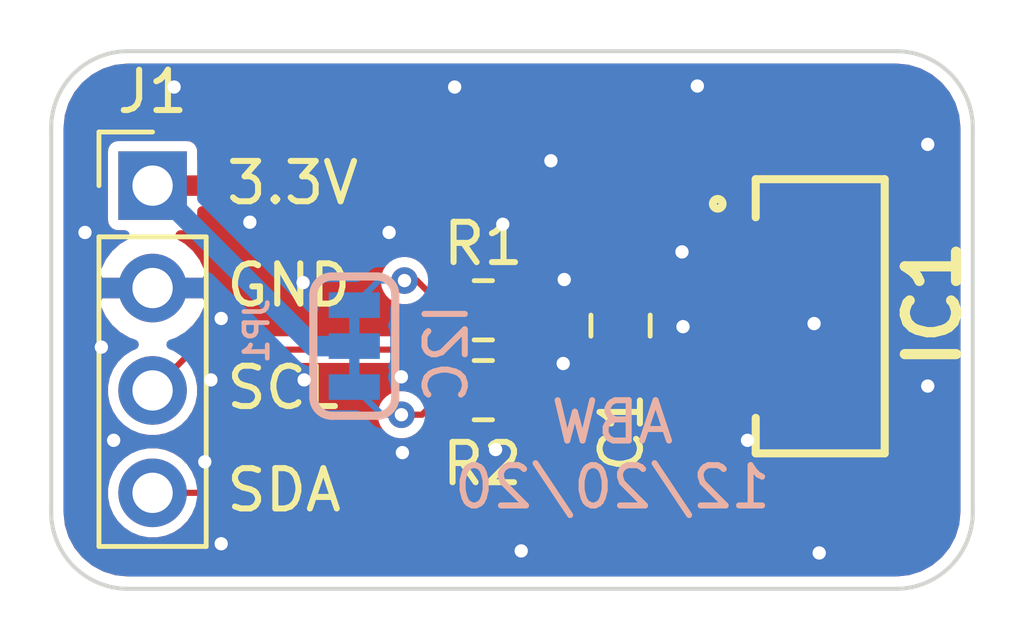
<source format=kicad_pcb>
(kicad_pcb (version 20171130) (host pcbnew "(5.1.8)-1")

  (general
    (thickness 1.6)
    (drawings 14)
    (tracks 66)
    (zones 0)
    (modules 6)
    (nets 7)
  )

  (page A4)
  (layers
    (0 F.Cu signal)
    (31 B.Cu signal)
    (32 B.Adhes user)
    (33 F.Adhes user)
    (34 B.Paste user)
    (35 F.Paste user)
    (36 B.SilkS user)
    (37 F.SilkS user)
    (38 B.Mask user)
    (39 F.Mask user)
    (40 Dwgs.User user)
    (41 Cmts.User user)
    (42 Eco1.User user)
    (43 Eco2.User user)
    (44 Edge.Cuts user)
    (45 Margin user)
    (46 B.CrtYd user)
    (47 F.CrtYd user)
    (48 B.Fab user hide)
    (49 F.Fab user hide)
  )

  (setup
    (last_trace_width 0.508)
    (user_trace_width 0.1524)
    (user_trace_width 0.1778)
    (user_trace_width 0.254)
    (user_trace_width 0.3048)
    (user_trace_width 0.381)
    (user_trace_width 0.508)
    (user_trace_width 0.635)
    (user_trace_width 0.889)
    (user_trace_width 1.016)
    (user_trace_width 1.27)
    (user_trace_width 1.905)
    (user_trace_width 2.54)
    (trace_clearance 0.2)
    (zone_clearance 0.508)
    (zone_45_only no)
    (trace_min 0.1)
    (via_size 0.8)
    (via_drill 0.4)
    (via_min_size 0.4)
    (via_min_drill 0.3)
    (user_via 0.6096 0.3048)
    (user_via 0.6604 0.3302)
    (user_via 0.889 0.381)
    (user_via 1.397 0.635)
    (uvia_size 0.3)
    (uvia_drill 0.1)
    (uvias_allowed no)
    (uvia_min_size 0.2)
    (uvia_min_drill 0.1)
    (edge_width 0.05)
    (segment_width 0.2)
    (pcb_text_width 0.3)
    (pcb_text_size 1.5 1.5)
    (mod_edge_width 0.12)
    (mod_text_size 1 1)
    (mod_text_width 0.15)
    (pad_size 1.524 1.524)
    (pad_drill 0.762)
    (pad_to_mask_clearance 0.051)
    (solder_mask_min_width 0.25)
    (aux_axis_origin 0 0)
    (visible_elements FFFFFF7F)
    (pcbplotparams
      (layerselection 0x010fc_ffffffff)
      (usegerberextensions false)
      (usegerberattributes true)
      (usegerberadvancedattributes true)
      (creategerberjobfile true)
      (excludeedgelayer true)
      (linewidth 0.100000)
      (plotframeref false)
      (viasonmask false)
      (mode 1)
      (useauxorigin false)
      (hpglpennumber 1)
      (hpglpenspeed 20)
      (hpglpendiameter 15.000000)
      (psnegative false)
      (psa4output false)
      (plotreference true)
      (plotvalue true)
      (plotinvisibletext false)
      (padsonsilk false)
      (subtractmaskfromsilk false)
      (outputformat 1)
      (mirror false)
      (drillshape 1)
      (scaleselection 1)
      (outputdirectory ""))
  )

  (net 0 "")
  (net 1 GND)
  (net 2 +3V3)
  (net 3 /SDA)
  (net 4 /SCL)
  (net 5 "Net-(JP1-Pad3)")
  (net 6 "Net-(JP1-Pad1)")

  (net_class Default "This is the default net class."
    (clearance 0.2)
    (trace_width 0.25)
    (via_dia 0.8)
    (via_drill 0.4)
    (uvia_dia 0.3)
    (uvia_drill 0.1)
    (add_net +3V3)
    (add_net /SCL)
    (add_net /SDA)
    (add_net GND)
    (add_net "Net-(JP1-Pad1)")
    (add_net "Net-(JP1-Pad3)")
  )

  (module Resistor_SMD:R_0805_2012Metric (layer F.Cu) (tedit 5F68FEEE) (tstamp 5FDF62E7)
    (at 102.7938 63.6524)
    (descr "Resistor SMD 0805 (2012 Metric), square (rectangular) end terminal, IPC_7351 nominal, (Body size source: IPC-SM-782 page 72, https://www.pcb-3d.com/wordpress/wp-content/uploads/ipc-sm-782a_amendment_1_and_2.pdf), generated with kicad-footprint-generator")
    (tags resistor)
    (path /5FDFAC17)
    (attr smd)
    (fp_text reference R2 (at -0.0254 1.8288) (layer F.SilkS)
      (effects (font (size 1 1) (thickness 0.15)))
    )
    (fp_text value 2.2k (at 0 1.65) (layer F.Fab)
      (effects (font (size 1 1) (thickness 0.15)))
    )
    (fp_text user %R (at 0 0) (layer F.Fab)
      (effects (font (size 0.5 0.5) (thickness 0.08)))
    )
    (fp_line (start -1 0.625) (end -1 -0.625) (layer F.Fab) (width 0.1))
    (fp_line (start -1 -0.625) (end 1 -0.625) (layer F.Fab) (width 0.1))
    (fp_line (start 1 -0.625) (end 1 0.625) (layer F.Fab) (width 0.1))
    (fp_line (start 1 0.625) (end -1 0.625) (layer F.Fab) (width 0.1))
    (fp_line (start -0.227064 -0.735) (end 0.227064 -0.735) (layer F.SilkS) (width 0.12))
    (fp_line (start -0.227064 0.735) (end 0.227064 0.735) (layer F.SilkS) (width 0.12))
    (fp_line (start -1.68 0.95) (end -1.68 -0.95) (layer F.CrtYd) (width 0.05))
    (fp_line (start -1.68 -0.95) (end 1.68 -0.95) (layer F.CrtYd) (width 0.05))
    (fp_line (start 1.68 -0.95) (end 1.68 0.95) (layer F.CrtYd) (width 0.05))
    (fp_line (start 1.68 0.95) (end -1.68 0.95) (layer F.CrtYd) (width 0.05))
    (pad 2 smd roundrect (at 0.9125 0) (size 1.025 1.4) (layers F.Cu F.Paste F.Mask) (roundrect_rratio 0.243902)
      (net 3 /SDA))
    (pad 1 smd roundrect (at -0.9125 0) (size 1.025 1.4) (layers F.Cu F.Paste F.Mask) (roundrect_rratio 0.243902)
      (net 6 "Net-(JP1-Pad1)"))
    (model ${KISYS3DMOD}/Resistor_SMD.3dshapes/R_0805_2012Metric.wrl
      (at (xyz 0 0 0))
      (scale (xyz 1 1 1))
      (rotate (xyz 0 0 0))
    )
  )

  (module Resistor_SMD:R_0805_2012Metric (layer F.Cu) (tedit 5F68FEEE) (tstamp 5FDF62D6)
    (at 102.7938 61.6712)
    (descr "Resistor SMD 0805 (2012 Metric), square (rectangular) end terminal, IPC_7351 nominal, (Body size source: IPC-SM-782 page 72, https://www.pcb-3d.com/wordpress/wp-content/uploads/ipc-sm-782a_amendment_1_and_2.pdf), generated with kicad-footprint-generator")
    (tags resistor)
    (path /5FDF6AEF)
    (attr smd)
    (fp_text reference R1 (at 0 -1.65) (layer F.SilkS)
      (effects (font (size 1 1) (thickness 0.15)))
    )
    (fp_text value 2.2k (at 0 1.65) (layer F.Fab)
      (effects (font (size 1 1) (thickness 0.15)))
    )
    (fp_text user %R (at 0 0) (layer F.Fab)
      (effects (font (size 0.5 0.5) (thickness 0.08)))
    )
    (fp_line (start -1 0.625) (end -1 -0.625) (layer F.Fab) (width 0.1))
    (fp_line (start -1 -0.625) (end 1 -0.625) (layer F.Fab) (width 0.1))
    (fp_line (start 1 -0.625) (end 1 0.625) (layer F.Fab) (width 0.1))
    (fp_line (start 1 0.625) (end -1 0.625) (layer F.Fab) (width 0.1))
    (fp_line (start -0.227064 -0.735) (end 0.227064 -0.735) (layer F.SilkS) (width 0.12))
    (fp_line (start -0.227064 0.735) (end 0.227064 0.735) (layer F.SilkS) (width 0.12))
    (fp_line (start -1.68 0.95) (end -1.68 -0.95) (layer F.CrtYd) (width 0.05))
    (fp_line (start -1.68 -0.95) (end 1.68 -0.95) (layer F.CrtYd) (width 0.05))
    (fp_line (start 1.68 -0.95) (end 1.68 0.95) (layer F.CrtYd) (width 0.05))
    (fp_line (start 1.68 0.95) (end -1.68 0.95) (layer F.CrtYd) (width 0.05))
    (pad 2 smd roundrect (at 0.9125 0) (size 1.025 1.4) (layers F.Cu F.Paste F.Mask) (roundrect_rratio 0.243902)
      (net 4 /SCL))
    (pad 1 smd roundrect (at -0.9125 0) (size 1.025 1.4) (layers F.Cu F.Paste F.Mask) (roundrect_rratio 0.243902)
      (net 5 "Net-(JP1-Pad3)"))
    (model ${KISYS3DMOD}/Resistor_SMD.3dshapes/R_0805_2012Metric.wrl
      (at (xyz 0 0 0))
      (scale (xyz 1 1 1))
      (rotate (xyz 0 0 0))
    )
  )

  (module Jumper:SMT-JUMPER_3_2-NC_TRACE_SILK (layer B.Cu) (tedit 0) (tstamp 5FDF62C5)
    (at 99.5934 62.5602 90)
    (path /5FDF6F4E)
    (fp_text reference JP1 (at 0.3754 -2.082 270) (layer B.SilkS)
      (effects (font (size 0.57912 0.57912) (thickness 0.115824)) (justify bottom mirror))
    )
    (fp_text value I2C (at 0 -1.143 270) (layer B.Fab)
      (effects (font (size 0.57912 0.57912) (thickness 0.115824)) (justify top mirror))
    )
    (fp_arc (start 1.27 -0.5588) (end 1.27 -1.016) (angle 90) (layer B.SilkS) (width 0.2032))
    (fp_arc (start -1.27 -0.5588) (end -1.7272 -0.5588) (angle 90) (layer B.SilkS) (width 0.2032))
    (fp_arc (start -1.27 0.5588) (end -1.7272 0.5588) (angle -90) (layer B.SilkS) (width 0.2032))
    (fp_arc (start 1.27 0.5588) (end 1.27 1.016) (angle -90) (layer B.SilkS) (width 0.2032))
    (fp_line (start 1.27 -1.016) (end -1.27 -1.016) (layer B.SilkS) (width 0.2032))
    (fp_line (start 1.7272 -0.5588) (end 1.7272 0.5588) (layer B.SilkS) (width 0.2032))
    (fp_line (start -1.7272 -0.5588) (end -1.7272 0.5588) (layer B.SilkS) (width 0.2032))
    (fp_line (start -1.27 1.016) (end 1.27 1.016) (layer B.SilkS) (width 0.2032))
    (fp_poly (pts (xy -0.6985 0.127) (xy 0.6985 0.127) (xy 0.6985 -0.127) (xy -0.6985 -0.127)) (layer B.Mask) (width 0))
    (fp_poly (pts (xy 0.3048 -0.127) (xy 0.7112 -0.127) (xy 0.7112 0.127) (xy 0.3048 0.127)) (layer B.Cu) (width 0))
    (fp_poly (pts (xy -0.7112 -0.127) (xy -0.3048 -0.127) (xy -0.3048 0.127) (xy -0.7112 0.127)) (layer B.Cu) (width 0))
    (pad 3 smd rect (at 1.016 0 90) (size 0.635 1.27) (layers B.Cu B.Mask)
      (net 5 "Net-(JP1-Pad3)") (solder_mask_margin 0.1016))
    (pad 2 smd rect (at 0 0 90) (size 0.635 1.27) (layers B.Cu B.Mask)
      (net 2 +3V3) (solder_mask_margin 0.1016))
    (pad 1 smd rect (at -1.016 0 90) (size 0.635 1.27) (layers B.Cu B.Mask)
      (net 6 "Net-(JP1-Pad1)") (solder_mask_margin 0.1016))
  )

  (module Connector_PinHeader_2.54mm:PinHeader_1x04_P2.54mm_Vertical (layer F.Cu) (tedit 59FED5CC) (tstamp 5FDF62B3)
    (at 94.5896 58.5796)
    (descr "Through hole straight pin header, 1x04, 2.54mm pitch, single row")
    (tags "Through hole pin header THT 1x04 2.54mm single row")
    (path /5FDF767D)
    (fp_text reference J1 (at 0 -2.33) (layer F.SilkS)
      (effects (font (size 1 1) (thickness 0.15)))
    )
    (fp_text value Conn_01x04 (at 0 9.95) (layer F.Fab)
      (effects (font (size 1 1) (thickness 0.15)))
    )
    (fp_text user %R (at 0 3.81 90) (layer F.Fab)
      (effects (font (size 1 1) (thickness 0.15)))
    )
    (fp_line (start -0.635 -1.27) (end 1.27 -1.27) (layer F.Fab) (width 0.1))
    (fp_line (start 1.27 -1.27) (end 1.27 8.89) (layer F.Fab) (width 0.1))
    (fp_line (start 1.27 8.89) (end -1.27 8.89) (layer F.Fab) (width 0.1))
    (fp_line (start -1.27 8.89) (end -1.27 -0.635) (layer F.Fab) (width 0.1))
    (fp_line (start -1.27 -0.635) (end -0.635 -1.27) (layer F.Fab) (width 0.1))
    (fp_line (start -1.33 8.95) (end 1.33 8.95) (layer F.SilkS) (width 0.12))
    (fp_line (start -1.33 1.27) (end -1.33 8.95) (layer F.SilkS) (width 0.12))
    (fp_line (start 1.33 1.27) (end 1.33 8.95) (layer F.SilkS) (width 0.12))
    (fp_line (start -1.33 1.27) (end 1.33 1.27) (layer F.SilkS) (width 0.12))
    (fp_line (start -1.33 0) (end -1.33 -1.33) (layer F.SilkS) (width 0.12))
    (fp_line (start -1.33 -1.33) (end 0 -1.33) (layer F.SilkS) (width 0.12))
    (fp_line (start -1.8 -1.8) (end -1.8 9.4) (layer F.CrtYd) (width 0.05))
    (fp_line (start -1.8 9.4) (end 1.8 9.4) (layer F.CrtYd) (width 0.05))
    (fp_line (start 1.8 9.4) (end 1.8 -1.8) (layer F.CrtYd) (width 0.05))
    (fp_line (start 1.8 -1.8) (end -1.8 -1.8) (layer F.CrtYd) (width 0.05))
    (pad 4 thru_hole oval (at 0 7.62) (size 1.7 1.7) (drill 1) (layers *.Cu *.Mask)
      (net 3 /SDA))
    (pad 3 thru_hole oval (at 0 5.08) (size 1.7 1.7) (drill 1) (layers *.Cu *.Mask)
      (net 4 /SCL))
    (pad 2 thru_hole oval (at 0 2.54) (size 1.7 1.7) (drill 1) (layers *.Cu *.Mask)
      (net 1 GND))
    (pad 1 thru_hole rect (at 0 0) (size 1.7 1.7) (drill 1) (layers *.Cu *.Mask)
      (net 2 +3V3))
    (model ${KISYS3DMOD}/Connector_PinHeader_2.54mm.3dshapes/PinHeader_1x04_P2.54mm_Vertical.wrl
      (offset (xyz 0 0 -1.5))
      (scale (xyz 1 1 1))
      (rotate (xyz 0 180 0))
    )
  )

  (module SamacSys_Parts:VEML7700 (layer F.Cu) (tedit 0) (tstamp 5FDF629B)
    (at 109.5502 58.42 270)
    (descr VEML7700)
    (tags "Integrated Circuit")
    (path /5FDF5D85)
    (attr smd)
    (fp_text reference IC1 (at 3.0988 -4.3942 90) (layer F.SilkS)
      (effects (font (size 1.27 1.27) (thickness 0.254)))
    )
    (fp_text value VEML7700-TT (at 3.08346 -1.75438 90) (layer F.SilkS) hide
      (effects (font (size 1.27 1.27) (thickness 0.254)))
    )
    (fp_text user %R (at 3.08346 -1.75438 90) (layer F.Fab)
      (effects (font (size 1.27 1.27) (thickness 0.254)))
    )
    (fp_line (start 0 -3.2) (end 6.8 -3.2) (layer F.Fab) (width 0.2))
    (fp_line (start 6.8 -3.2) (end 6.8 0) (layer F.Fab) (width 0.2))
    (fp_line (start 6.8 0) (end 0 0) (layer F.Fab) (width 0.2))
    (fp_line (start 0 0) (end 0 -3.2) (layer F.Fab) (width 0.2))
    (fp_line (start 0 -3.2) (end 6.8 -3.2) (layer F.SilkS) (width 0.2))
    (fp_line (start 6.8 -3.2) (end 6.8 0) (layer F.SilkS) (width 0.2))
    (fp_line (start 0 -3.2) (end 0 0) (layer F.SilkS) (width 0.2))
    (fp_line (start 0 0) (end 0.944 0) (layer F.SilkS) (width 0.2))
    (fp_line (start 6.8 0) (end 5.92 0) (layer F.SilkS) (width 0.2))
    (fp_circle (center 0.61 0.942) (end 0.61 1.06168) (layer F.SilkS) (width 0.2))
    (pad 4 smd rect (at 5.305 0.4 270) (size 0.7 1.6) (layers F.Cu F.Paste F.Mask)
      (net 3 /SDA))
    (pad 3 smd rect (at 4.035 0.4 270) (size 0.7 1.6) (layers F.Cu F.Paste F.Mask)
      (net 1 GND))
    (pad 2 smd rect (at 2.765 0.4 270) (size 0.7 1.6) (layers F.Cu F.Paste F.Mask)
      (net 2 +3V3))
    (pad 1 smd rect (at 1.495 0.4 270) (size 0.7 1.6) (layers F.Cu F.Paste F.Mask)
      (net 4 /SCL))
  )

  (module Capacitor_SMD:C_0805_2012Metric (layer F.Cu) (tedit 5F68FEEE) (tstamp 5FDF6288)
    (at 106.1974 62.0522 270)
    (descr "Capacitor SMD 0805 (2012 Metric), square (rectangular) end terminal, IPC_7351 nominal, (Body size source: IPC-SM-782 page 76, https://www.pcb-3d.com/wordpress/wp-content/uploads/ipc-sm-782a_amendment_1_and_2.pdf, https://docs.google.com/spreadsheets/d/1BsfQQcO9C6DZCsRaXUlFlo91Tg2WpOkGARC1WS5S8t0/edit?usp=sharing), generated with kicad-footprint-generator")
    (tags capacitor)
    (path /5FDF6471)
    (attr smd)
    (fp_text reference C1 (at 2.6416 -0.0254 90) (layer F.SilkS)
      (effects (font (size 1 1) (thickness 0.15)))
    )
    (fp_text value 0.1uF (at 0 1.68 90) (layer F.Fab)
      (effects (font (size 1 1) (thickness 0.15)))
    )
    (fp_text user %R (at 0 0 90) (layer F.Fab)
      (effects (font (size 0.5 0.5) (thickness 0.08)))
    )
    (fp_line (start -1 0.625) (end -1 -0.625) (layer F.Fab) (width 0.1))
    (fp_line (start -1 -0.625) (end 1 -0.625) (layer F.Fab) (width 0.1))
    (fp_line (start 1 -0.625) (end 1 0.625) (layer F.Fab) (width 0.1))
    (fp_line (start 1 0.625) (end -1 0.625) (layer F.Fab) (width 0.1))
    (fp_line (start -0.261252 -0.735) (end 0.261252 -0.735) (layer F.SilkS) (width 0.12))
    (fp_line (start -0.261252 0.735) (end 0.261252 0.735) (layer F.SilkS) (width 0.12))
    (fp_line (start -1.7 0.98) (end -1.7 -0.98) (layer F.CrtYd) (width 0.05))
    (fp_line (start -1.7 -0.98) (end 1.7 -0.98) (layer F.CrtYd) (width 0.05))
    (fp_line (start 1.7 -0.98) (end 1.7 0.98) (layer F.CrtYd) (width 0.05))
    (fp_line (start 1.7 0.98) (end -1.7 0.98) (layer F.CrtYd) (width 0.05))
    (pad 2 smd roundrect (at 0.95 0 270) (size 1 1.45) (layers F.Cu F.Paste F.Mask) (roundrect_rratio 0.25)
      (net 1 GND))
    (pad 1 smd roundrect (at -0.95 0 270) (size 1 1.45) (layers F.Cu F.Paste F.Mask) (roundrect_rratio 0.25)
      (net 2 +3V3))
    (model ${KISYS3DMOD}/Capacitor_SMD.3dshapes/C_0805_2012Metric.wrl
      (at (xyz 0 0 0))
      (scale (xyz 1 1 1))
      (rotate (xyz 0 0 0))
    )
  )

  (gr_text "ABW\n12/20/20" (at 105.9942 65.2526) (layer B.SilkS)
    (effects (font (size 1 1) (thickness 0.15)) (justify mirror))
  )
  (gr_arc (start 93.98 66.675) (end 92.075 66.675) (angle -90) (layer Edge.Cuts) (width 0.1) (tstamp 5FDF6823))
  (gr_arc (start 113.03 66.675) (end 113.03 68.58) (angle -90) (layer Edge.Cuts) (width 0.1) (tstamp 5FDF6823))
  (gr_arc (start 113.03 57.15) (end 114.935 57.15) (angle -90) (layer Edge.Cuts) (width 0.1) (tstamp 5FDF6823))
  (gr_arc (start 93.98 57.15) (end 93.98 55.245) (angle -90) (layer Edge.Cuts) (width 0.1))
  (gr_line (start 114.935 57.15) (end 114.935 66.675) (layer Edge.Cuts) (width 0.1))
  (gr_line (start 93.98 55.245) (end 113.03 55.245) (layer Edge.Cuts) (width 0.1))
  (gr_line (start 92.075 66.675) (end 92.075 57.15) (layer Edge.Cuts) (width 0.1))
  (gr_line (start 113.03 68.58) (end 93.98 68.58) (layer Edge.Cuts) (width 0.1))
  (gr_text I2C (at 101.8794 62.738 90) (layer B.SilkS)
    (effects (font (size 1 1) (thickness 0.15)) (justify mirror))
  )
  (gr_text SDA (at 97.848753 66.1321) (layer F.SilkS)
    (effects (font (size 1 1) (thickness 0.15)))
  )
  (gr_text SCL (at 97.824943 63.5921) (layer F.SilkS)
    (effects (font (size 1 1) (thickness 0.15)))
  )
  (gr_text GND (at 97.9678 61.0521) (layer F.SilkS)
    (effects (font (size 1 1) (thickness 0.15)))
  )
  (gr_text 3.3V (at 98.063038 58.5121) (layer F.SilkS)
    (effects (font (size 1 1) (thickness 0.15)))
  )

  (via (at 104.775 62.992) (size 0.6604) (drill 0.3302) (layers F.Cu B.Cu) (net 1))
  (via (at 107.7468 62.0776) (size 0.6604) (drill 0.3302) (layers F.Cu B.Cu) (net 1))
  (segment (start 108.1242 62.455) (end 107.7468 62.0776) (width 0.508) (layer F.Cu) (net 1))
  (segment (start 109.1502 62.455) (end 108.1242 62.455) (width 0.508) (layer F.Cu) (net 1))
  (via (at 96.2914 61.8744) (size 0.6604) (drill 0.3302) (layers F.Cu B.Cu) (net 1))
  (via (at 97.0026 59.4868) (size 0.6604) (drill 0.3302) (layers F.Cu B.Cu) (net 1))
  (via (at 98.3234 60.9854) (size 0.6604) (drill 0.3302) (layers F.Cu B.Cu) (net 1))
  (via (at 100.457 59.7408) (size 0.6604) (drill 0.3302) (layers F.Cu B.Cu) (net 1))
  (via (at 104.8004 60.9092) (size 0.6604) (drill 0.3302) (layers F.Cu B.Cu) (net 1))
  (via (at 103.2764 59.5376) (size 0.6604) (drill 0.3302) (layers F.Cu B.Cu) (net 1))
  (via (at 96.0374 63.3984) (size 0.6604) (drill 0.3302) (layers F.Cu B.Cu) (net 1))
  (via (at 98.3488 63.3984) (size 0.6604) (drill 0.3302) (layers F.Cu B.Cu) (net 1))
  (via (at 100.7618 63.3222) (size 0.6604) (drill 0.3302) (layers F.Cu B.Cu) (net 1))
  (via (at 100.7872 65.2018) (size 0.6604) (drill 0.3302) (layers F.Cu B.Cu) (net 1))
  (via (at 95.885 65.4304) (size 0.6604) (drill 0.3302) (layers F.Cu B.Cu) (net 1))
  (via (at 93.6244 64.897) (size 0.6604) (drill 0.3302) (layers F.Cu B.Cu) (net 1))
  (via (at 93.3196 62.5856) (size 0.6604) (drill 0.3302) (layers F.Cu B.Cu) (net 1))
  (via (at 92.9132 59.7408) (size 0.6604) (drill 0.3302) (layers F.Cu B.Cu) (net 1))
  (via (at 95.123 56.134) (size 0.6604) (drill 0.3302) (layers F.Cu B.Cu) (net 1))
  (via (at 102.0826 56.134) (size 0.6604) (drill 0.3302) (layers F.Cu B.Cu) (net 1))
  (via (at 108.1024 56.1086) (size 0.6604) (drill 0.3302) (layers F.Cu B.Cu) (net 1))
  (via (at 113.8174 57.5564) (size 0.6604) (drill 0.3302) (layers F.Cu B.Cu) (net 1))
  (via (at 113.8174 63.5508) (size 0.6604) (drill 0.3302) (layers F.Cu B.Cu) (net 1))
  (via (at 111.125 67.691) (size 0.6604) (drill 0.3302) (layers F.Cu B.Cu) (net 1))
  (via (at 103.7336 67.6402) (size 0.6604) (drill 0.3302) (layers F.Cu B.Cu) (net 1))
  (via (at 96.2914 67.4624) (size 0.6604) (drill 0.3302) (layers F.Cu B.Cu) (net 1))
  (via (at 107.7214 60.2234) (size 0.6604) (drill 0.3302) (layers F.Cu B.Cu) (net 1))
  (via (at 103.0986 65.1256) (size 0.6604) (drill 0.3302) (layers F.Cu B.Cu) (net 1))
  (via (at 109.347 64.897) (size 0.6604) (drill 0.3302) (layers F.Cu B.Cu) (net 1))
  (via (at 110.998 62.0014) (size 0.6604) (drill 0.3302) (layers F.Cu B.Cu) (net 1))
  (via (at 104.4702 57.9628) (size 0.6604) (drill 0.3302) (layers F.Cu B.Cu) (net 1))
  (segment (start 109.0674 61.1022) (end 109.1502 61.185) (width 0.508) (layer F.Cu) (net 2))
  (segment (start 106.1974 61.1022) (end 109.0674 61.1022) (width 0.508) (layer F.Cu) (net 2))
  (segment (start 98.5774 62.5602) (end 99.5934 62.5602) (width 0.508) (layer B.Cu) (net 2))
  (segment (start 94.5968 58.5796) (end 98.5774 62.5602) (width 0.508) (layer B.Cu) (net 2))
  (segment (start 94.5896 58.5796) (end 94.5968 58.5796) (width 0.508) (layer B.Cu) (net 2))
  (segment (start 103.6748 58.5796) (end 106.1974 61.1022) (width 0.508) (layer F.Cu) (net 2))
  (segment (start 94.5896 58.5796) (end 103.6748 58.5796) (width 0.508) (layer F.Cu) (net 2))
  (segment (start 103.337976 63.6524) (end 103.7063 63.6524) (width 0.1524) (layer F.Cu) (net 3))
  (segment (start 100.790776 66.1996) (end 103.337976 63.6524) (width 0.1524) (layer F.Cu) (net 3))
  (segment (start 94.5896 66.1996) (end 100.790776 66.1996) (width 0.1524) (layer F.Cu) (net 3))
  (segment (start 108.6894 64.1858) (end 109.1502 63.725) (width 0.1524) (layer F.Cu) (net 3))
  (segment (start 104.2397 64.1858) (end 108.6894 64.1858) (width 0.1524) (layer F.Cu) (net 3))
  (segment (start 103.7063 63.6524) (end 104.2397 64.1858) (width 0.1524) (layer F.Cu) (net 3))
  (segment (start 102.73009 62.64741) (end 103.7063 61.6712) (width 0.1524) (layer F.Cu) (net 4))
  (segment (start 95.60179 62.64741) (end 102.73009 62.64741) (width 0.1524) (layer F.Cu) (net 4))
  (segment (start 94.5896 63.6596) (end 95.60179 62.64741) (width 0.1524) (layer F.Cu) (net 4))
  (segment (start 110.226401 63.025961) (end 110.226401 60.038801) (width 0.1524) (layer F.Cu) (net 4))
  (segment (start 110.171161 63.081201) (end 110.226401 63.025961) (width 0.1524) (layer F.Cu) (net 4))
  (segment (start 110.1026 59.915) (end 109.1502 59.915) (width 0.1524) (layer F.Cu) (net 4))
  (segment (start 107.745577 63.081201) (end 110.171161 63.081201) (width 0.1524) (layer F.Cu) (net 4))
  (segment (start 106.868976 62.2046) (end 107.745577 63.081201) (width 0.1524) (layer F.Cu) (net 4))
  (segment (start 110.226401 60.038801) (end 110.1026 59.915) (width 0.1524) (layer F.Cu) (net 4))
  (segment (start 105.8164 62.2046) (end 106.868976 62.2046) (width 0.1524) (layer F.Cu) (net 4))
  (segment (start 105.283 61.6712) (end 105.8164 62.2046) (width 0.1524) (layer F.Cu) (net 4))
  (segment (start 103.7063 61.6712) (end 105.283 61.6712) (width 0.1524) (layer F.Cu) (net 4))
  (via (at 100.838 60.9346) (size 0.6604) (drill 0.3302) (layers F.Cu B.Cu) (net 5))
  (segment (start 100.203 60.9346) (end 99.5934 61.5442) (width 0.1524) (layer B.Cu) (net 5))
  (segment (start 100.838 60.9346) (end 100.203 60.9346) (width 0.1524) (layer B.Cu) (net 5))
  (segment (start 101.1447 60.9346) (end 101.8813 61.6712) (width 0.1524) (layer F.Cu) (net 5))
  (segment (start 100.838 60.9346) (end 101.1447 60.9346) (width 0.1524) (layer F.Cu) (net 5))
  (via (at 100.7618 64.262) (size 0.6604) (drill 0.3302) (layers F.Cu B.Cu) (net 6))
  (segment (start 100.2792 64.262) (end 99.5934 63.5762) (width 0.1524) (layer B.Cu) (net 6))
  (segment (start 100.7618 64.262) (end 100.2792 64.262) (width 0.1524) (layer B.Cu) (net 6))
  (segment (start 101.2717 64.262) (end 101.8813 63.6524) (width 0.1524) (layer F.Cu) (net 6))
  (segment (start 100.7618 64.262) (end 101.2717 64.262) (width 0.1524) (layer F.Cu) (net 6))

  (zone (net 1) (net_name GND) (layer F.Cu) (tstamp 0) (hatch edge 0.508)
    (connect_pads (clearance 0.254))
    (min_thickness 0.254)
    (fill yes (arc_segments 32) (thermal_gap 0.508) (thermal_bridge_width 0.508))
    (polygon
      (pts
        (xy 116.205 69.85) (xy 90.805 69.85) (xy 90.805 53.975) (xy 116.205 53.975)
      )
    )
    (filled_polygon
      (pts
        (xy 113.315898 55.706099) (xy 113.590907 55.789129) (xy 113.844556 55.923996) (xy 114.067175 56.10556) (xy 114.250287 56.326905)
        (xy 114.38692 56.579602) (xy 114.471869 56.854027) (xy 114.504 57.159727) (xy 114.504001 66.653912) (xy 114.473901 66.960897)
        (xy 114.39087 67.23591) (xy 114.256004 67.489556) (xy 114.07444 67.712175) (xy 113.853096 67.895287) (xy 113.600396 68.031921)
        (xy 113.325971 68.11687) (xy 113.020273 68.149) (xy 94.001078 68.149) (xy 93.694103 68.118901) (xy 93.41909 68.03587)
        (xy 93.165444 67.901004) (xy 92.942825 67.71944) (xy 92.759713 67.498096) (xy 92.623079 67.245396) (xy 92.53813 66.970971)
        (xy 92.506 66.665273) (xy 92.506 60.76271) (xy 93.148124 60.76271) (xy 93.269445 60.9926) (xy 94.4626 60.9926)
        (xy 94.4626 60.9726) (xy 94.7166 60.9726) (xy 94.7166 60.9926) (xy 95.909755 60.9926) (xy 96.031076 60.76271)
        (xy 95.986425 60.615501) (xy 95.861241 60.35268) (xy 95.687188 60.119331) (xy 95.470955 59.924422) (xy 95.282967 59.812443)
        (xy 95.4396 59.812443) (xy 95.514289 59.805087) (xy 95.586108 59.783301) (xy 95.652296 59.747922) (xy 95.710311 59.700311)
        (xy 95.757922 59.642296) (xy 95.793301 59.576108) (xy 95.815087 59.504289) (xy 95.822443 59.4296) (xy 95.822443 59.2146)
        (xy 103.411776 59.2146) (xy 105.089557 60.892382) (xy 105.089557 61.214) (xy 104.600934 61.214) (xy 104.589483 61.097738)
        (xy 104.553471 60.979021) (xy 104.49499 60.869611) (xy 104.416288 60.773712) (xy 104.320389 60.69501) (xy 104.210979 60.636529)
        (xy 104.092262 60.600517) (xy 103.968801 60.588357) (xy 103.443799 60.588357) (xy 103.320338 60.600517) (xy 103.201621 60.636529)
        (xy 103.092211 60.69501) (xy 102.996312 60.773712) (xy 102.91761 60.869611) (xy 102.859129 60.979021) (xy 102.823117 61.097738)
        (xy 102.810957 61.221199) (xy 102.810957 61.919966) (xy 102.776643 61.95428) (xy 102.776643 61.221199) (xy 102.764483 61.097738)
        (xy 102.728471 60.979021) (xy 102.66999 60.869611) (xy 102.591288 60.773712) (xy 102.495389 60.69501) (xy 102.385979 60.636529)
        (xy 102.267262 60.600517) (xy 102.143801 60.588357) (xy 101.618799 60.588357) (xy 101.495338 60.600517) (xy 101.472309 60.607503)
        (xy 101.468257 60.597721) (xy 101.390425 60.481237) (xy 101.291363 60.382175) (xy 101.174879 60.304343) (xy 101.045449 60.250731)
        (xy 100.908047 60.2234) (xy 100.767953 60.2234) (xy 100.630551 60.250731) (xy 100.501121 60.304343) (xy 100.384637 60.382175)
        (xy 100.285575 60.481237) (xy 100.207743 60.597721) (xy 100.154131 60.727151) (xy 100.1268 60.864553) (xy 100.1268 61.004647)
        (xy 100.154131 61.142049) (xy 100.207743 61.271479) (xy 100.285575 61.387963) (xy 100.384637 61.487025) (xy 100.501121 61.564857)
        (xy 100.630551 61.618469) (xy 100.767953 61.6458) (xy 100.908047 61.6458) (xy 100.985957 61.630303) (xy 100.985957 62.121201)
        (xy 100.992754 62.19021) (xy 95.62424 62.19021) (xy 95.610638 62.18887) (xy 95.687188 62.119869) (xy 95.861241 61.88652)
        (xy 95.986425 61.623699) (xy 96.031076 61.47649) (xy 95.909755 61.2466) (xy 94.7166 61.2466) (xy 94.7166 61.2666)
        (xy 94.4626 61.2666) (xy 94.4626 61.2466) (xy 93.269445 61.2466) (xy 93.148124 61.47649) (xy 93.192775 61.623699)
        (xy 93.317959 61.88652) (xy 93.492012 62.119869) (xy 93.708245 62.314778) (xy 93.958348 62.463757) (xy 94.120768 62.521372)
        (xy 94.006503 62.568702) (xy 93.804883 62.70342) (xy 93.63342 62.874883) (xy 93.498702 63.076503) (xy 93.405907 63.300531)
        (xy 93.3586 63.538357) (xy 93.3586 63.780843) (xy 93.405907 64.018669) (xy 93.498702 64.242697) (xy 93.63342 64.444317)
        (xy 93.804883 64.61578) (xy 94.006503 64.750498) (xy 94.230531 64.843293) (xy 94.468357 64.8906) (xy 94.710843 64.8906)
        (xy 94.948669 64.843293) (xy 95.172697 64.750498) (xy 95.374317 64.61578) (xy 95.54578 64.444317) (xy 95.680498 64.242697)
        (xy 95.773293 64.018669) (xy 95.8206 63.780843) (xy 95.8206 63.538357) (xy 95.773293 63.300531) (xy 95.721145 63.174633)
        (xy 95.791168 63.10461) (xy 100.995588 63.10461) (xy 100.985957 63.202399) (xy 100.985957 63.585052) (xy 100.969249 63.578131)
        (xy 100.831847 63.5508) (xy 100.691753 63.5508) (xy 100.554351 63.578131) (xy 100.424921 63.631743) (xy 100.308437 63.709575)
        (xy 100.209375 63.808637) (xy 100.131543 63.925121) (xy 100.077931 64.054551) (xy 100.0506 64.191953) (xy 100.0506 64.332047)
        (xy 100.077931 64.469449) (xy 100.131543 64.598879) (xy 100.209375 64.715363) (xy 100.308437 64.814425) (xy 100.424921 64.892257)
        (xy 100.554351 64.945869) (xy 100.691753 64.9732) (xy 100.831847 64.9732) (xy 100.969249 64.945869) (xy 101.098679 64.892257)
        (xy 101.215163 64.814425) (xy 101.312161 64.717427) (xy 101.361327 64.712585) (xy 101.411027 64.697508) (xy 101.495338 64.723083)
        (xy 101.609474 64.734325) (xy 100.601399 65.7424) (xy 95.732646 65.7424) (xy 95.680498 65.616503) (xy 95.54578 65.414883)
        (xy 95.374317 65.24342) (xy 95.172697 65.108702) (xy 94.948669 65.015907) (xy 94.710843 64.9686) (xy 94.468357 64.9686)
        (xy 94.230531 65.015907) (xy 94.006503 65.108702) (xy 93.804883 65.24342) (xy 93.63342 65.414883) (xy 93.498702 65.616503)
        (xy 93.405907 65.840531) (xy 93.3586 66.078357) (xy 93.3586 66.320843) (xy 93.405907 66.558669) (xy 93.498702 66.782697)
        (xy 93.63342 66.984317) (xy 93.804883 67.15578) (xy 94.006503 67.290498) (xy 94.230531 67.383293) (xy 94.468357 67.4306)
        (xy 94.710843 67.4306) (xy 94.948669 67.383293) (xy 95.172697 67.290498) (xy 95.374317 67.15578) (xy 95.54578 66.984317)
        (xy 95.680498 66.782697) (xy 95.732646 66.6568) (xy 100.768326 66.6568) (xy 100.790776 66.659011) (xy 100.813226 66.6568)
        (xy 100.813236 66.6568) (xy 100.880403 66.650185) (xy 100.966585 66.624041) (xy 101.046012 66.581587) (xy 101.115629 66.524453)
        (xy 101.12995 66.507003) (xy 103.046158 64.590796) (xy 103.092211 64.62859) (xy 103.201621 64.687071) (xy 103.320338 64.723083)
        (xy 103.443799 64.735243) (xy 103.968801 64.735243) (xy 104.092262 64.723083) (xy 104.210979 64.687071) (xy 104.29343 64.643)
        (xy 108.66695 64.643) (xy 108.6894 64.645211) (xy 108.71185 64.643) (xy 108.71186 64.643) (xy 108.779027 64.636385)
        (xy 108.865209 64.610241) (xy 108.944636 64.567787) (xy 109.014253 64.510653) (xy 109.028574 64.493203) (xy 109.063934 64.457843)
        (xy 109.9502 64.457843) (xy 110.024889 64.450487) (xy 110.096708 64.428701) (xy 110.162896 64.393322) (xy 110.220911 64.345711)
        (xy 110.268522 64.287696) (xy 110.303901 64.221508) (xy 110.325687 64.149689) (xy 110.333043 64.075) (xy 110.333043 63.509867)
        (xy 110.34697 63.505642) (xy 110.426397 63.463188) (xy 110.496014 63.406054) (xy 110.510335 63.388604) (xy 110.533805 63.365134)
        (xy 110.551254 63.350814) (xy 110.608388 63.281197) (xy 110.650842 63.20177) (xy 110.676986 63.115588) (xy 110.683601 63.048421)
        (xy 110.683601 63.048411) (xy 110.685812 63.025962) (xy 110.683601 63.003512) (xy 110.683601 60.06125) (xy 110.685812 60.0388)
        (xy 110.683601 60.01635) (xy 110.683601 60.016341) (xy 110.676986 59.949174) (xy 110.650842 59.862992) (xy 110.608388 59.783565)
        (xy 110.551254 59.713948) (xy 110.533804 59.699627) (xy 110.441774 59.607597) (xy 110.427453 59.590147) (xy 110.357836 59.533013)
        (xy 110.32834 59.517247) (xy 110.325687 59.490311) (xy 110.303901 59.418492) (xy 110.268522 59.352304) (xy 110.220911 59.294289)
        (xy 110.162896 59.246678) (xy 110.096708 59.211299) (xy 110.024889 59.189513) (xy 109.9502 59.182157) (xy 108.3502 59.182157)
        (xy 108.275511 59.189513) (xy 108.203692 59.211299) (xy 108.137504 59.246678) (xy 108.079489 59.294289) (xy 108.031878 59.352304)
        (xy 107.996499 59.418492) (xy 107.974713 59.490311) (xy 107.967357 59.565) (xy 107.967357 60.265) (xy 107.974713 60.339689)
        (xy 107.996499 60.411508) (xy 108.026268 60.4672) (xy 107.17117 60.4672) (xy 107.119888 60.404712) (xy 107.023989 60.32601)
        (xy 106.914579 60.267529) (xy 106.795862 60.231517) (xy 106.6724 60.219357) (xy 106.212582 60.219357) (xy 104.145874 58.15265)
        (xy 104.125985 58.128415) (xy 104.029294 58.049063) (xy 103.91898 57.990098) (xy 103.799282 57.953788) (xy 103.705992 57.9446)
        (xy 103.705981 57.9446) (xy 103.6748 57.941529) (xy 103.643619 57.9446) (xy 95.822443 57.9446) (xy 95.822443 57.7296)
        (xy 95.815087 57.654911) (xy 95.793301 57.583092) (xy 95.757922 57.516904) (xy 95.710311 57.458889) (xy 95.652296 57.411278)
        (xy 95.586108 57.375899) (xy 95.514289 57.354113) (xy 95.4396 57.346757) (xy 93.7396 57.346757) (xy 93.664911 57.354113)
        (xy 93.593092 57.375899) (xy 93.526904 57.411278) (xy 93.468889 57.458889) (xy 93.421278 57.516904) (xy 93.385899 57.583092)
        (xy 93.364113 57.654911) (xy 93.356757 57.7296) (xy 93.356757 59.4296) (xy 93.364113 59.504289) (xy 93.385899 59.576108)
        (xy 93.421278 59.642296) (xy 93.468889 59.700311) (xy 93.526904 59.747922) (xy 93.593092 59.783301) (xy 93.664911 59.805087)
        (xy 93.7396 59.812443) (xy 93.896233 59.812443) (xy 93.708245 59.924422) (xy 93.492012 60.119331) (xy 93.317959 60.35268)
        (xy 93.192775 60.615501) (xy 93.148124 60.76271) (xy 92.506 60.76271) (xy 92.506 57.171079) (xy 92.536099 56.864102)
        (xy 92.619129 56.589093) (xy 92.753996 56.335444) (xy 92.93556 56.112825) (xy 93.156905 55.929713) (xy 93.409602 55.79308)
        (xy 93.684027 55.708131) (xy 93.989727 55.676) (xy 113.008921 55.676)
      )
    )
    (filled_polygon
      (pts
        (xy 104.941863 62.147706) (xy 104.882898 62.25802) (xy 104.846588 62.377718) (xy 104.834328 62.5022) (xy 104.8374 62.71645)
        (xy 104.99615 62.8752) (xy 106.0704 62.8752) (xy 106.0704 62.8552) (xy 106.3244 62.8552) (xy 106.3244 62.8752)
        (xy 106.3444 62.8752) (xy 106.3444 63.1292) (xy 106.3244 63.1292) (xy 106.3244 63.1492) (xy 106.0704 63.1492)
        (xy 106.0704 63.1292) (xy 104.99615 63.1292) (xy 104.8374 63.28795) (xy 104.834328 63.5022) (xy 104.846588 63.626682)
        (xy 104.877504 63.7286) (xy 104.601643 63.7286) (xy 104.601643 63.202399) (xy 104.589483 63.078938) (xy 104.553471 62.960221)
        (xy 104.49499 62.850811) (xy 104.416288 62.754912) (xy 104.320389 62.67621) (xy 104.29343 62.6618) (xy 104.320389 62.64739)
        (xy 104.416288 62.568688) (xy 104.49499 62.472789) (xy 104.553471 62.363379) (xy 104.589483 62.244662) (xy 104.600934 62.1284)
        (xy 104.957707 62.1284)
      )
    )
    (filled_polygon
      (pts
        (xy 109.2772 62.328) (xy 109.2972 62.328) (xy 109.2972 62.582) (xy 109.2772 62.582) (xy 109.2772 62.602)
        (xy 109.0232 62.602) (xy 109.0232 62.582) (xy 109.0032 62.582) (xy 109.0032 62.328) (xy 109.0232 62.328)
        (xy 109.0232 62.308) (xy 109.2772 62.308)
      )
    )
  )
  (zone (net 1) (net_name GND) (layer B.Cu) (tstamp 0) (hatch edge 0.508)
    (connect_pads (clearance 0.254))
    (min_thickness 0.254)
    (fill yes (arc_segments 32) (thermal_gap 0.508) (thermal_bridge_width 0.508))
    (polygon
      (pts
        (xy 115.57 69.215) (xy 91.44 69.215) (xy 91.44 54.61) (xy 115.57 54.61)
      )
    )
    (filled_polygon
      (pts
        (xy 113.315898 55.706099) (xy 113.590907 55.789129) (xy 113.844556 55.923996) (xy 114.067175 56.10556) (xy 114.250287 56.326905)
        (xy 114.38692 56.579602) (xy 114.471869 56.854027) (xy 114.504 57.159727) (xy 114.504001 66.653912) (xy 114.473901 66.960897)
        (xy 114.39087 67.23591) (xy 114.256004 67.489556) (xy 114.07444 67.712175) (xy 113.853096 67.895287) (xy 113.600396 68.031921)
        (xy 113.325971 68.11687) (xy 113.020273 68.149) (xy 94.001078 68.149) (xy 93.694103 68.118901) (xy 93.41909 68.03587)
        (xy 93.165444 67.901004) (xy 92.942825 67.71944) (xy 92.759713 67.498096) (xy 92.623079 67.245396) (xy 92.53813 66.970971)
        (xy 92.506 66.665273) (xy 92.506 66.078357) (xy 93.3586 66.078357) (xy 93.3586 66.320843) (xy 93.405907 66.558669)
        (xy 93.498702 66.782697) (xy 93.63342 66.984317) (xy 93.804883 67.15578) (xy 94.006503 67.290498) (xy 94.230531 67.383293)
        (xy 94.468357 67.4306) (xy 94.710843 67.4306) (xy 94.948669 67.383293) (xy 95.172697 67.290498) (xy 95.374317 67.15578)
        (xy 95.54578 66.984317) (xy 95.680498 66.782697) (xy 95.773293 66.558669) (xy 95.8206 66.320843) (xy 95.8206 66.078357)
        (xy 95.773293 65.840531) (xy 95.680498 65.616503) (xy 95.54578 65.414883) (xy 95.374317 65.24342) (xy 95.172697 65.108702)
        (xy 94.948669 65.015907) (xy 94.710843 64.9686) (xy 94.468357 64.9686) (xy 94.230531 65.015907) (xy 94.006503 65.108702)
        (xy 93.804883 65.24342) (xy 93.63342 65.414883) (xy 93.498702 65.616503) (xy 93.405907 65.840531) (xy 93.3586 66.078357)
        (xy 92.506 66.078357) (xy 92.506 61.47649) (xy 93.148124 61.47649) (xy 93.192775 61.623699) (xy 93.317959 61.88652)
        (xy 93.492012 62.119869) (xy 93.708245 62.314778) (xy 93.958348 62.463757) (xy 94.120768 62.521372) (xy 94.006503 62.568702)
        (xy 93.804883 62.70342) (xy 93.63342 62.874883) (xy 93.498702 63.076503) (xy 93.405907 63.300531) (xy 93.3586 63.538357)
        (xy 93.3586 63.780843) (xy 93.405907 64.018669) (xy 93.498702 64.242697) (xy 93.63342 64.444317) (xy 93.804883 64.61578)
        (xy 94.006503 64.750498) (xy 94.230531 64.843293) (xy 94.468357 64.8906) (xy 94.710843 64.8906) (xy 94.948669 64.843293)
        (xy 95.172697 64.750498) (xy 95.374317 64.61578) (xy 95.54578 64.444317) (xy 95.680498 64.242697) (xy 95.773293 64.018669)
        (xy 95.8206 63.780843) (xy 95.8206 63.538357) (xy 95.773293 63.300531) (xy 95.680498 63.076503) (xy 95.54578 62.874883)
        (xy 95.374317 62.70342) (xy 95.172697 62.568702) (xy 95.058432 62.521372) (xy 95.220852 62.463757) (xy 95.470955 62.314778)
        (xy 95.687188 62.119869) (xy 95.861241 61.88652) (xy 95.986425 61.623699) (xy 96.031076 61.47649) (xy 95.909755 61.2466)
        (xy 94.7166 61.2466) (xy 94.7166 61.2666) (xy 94.4626 61.2666) (xy 94.4626 61.2466) (xy 93.269445 61.2466)
        (xy 93.148124 61.47649) (xy 92.506 61.47649) (xy 92.506 60.76271) (xy 93.148124 60.76271) (xy 93.269445 60.9926)
        (xy 94.4626 60.9926) (xy 94.4626 60.9726) (xy 94.7166 60.9726) (xy 94.7166 60.9926) (xy 95.909755 60.9926)
        (xy 95.97954 60.860365) (xy 98.106335 62.987161) (xy 98.126215 63.011385) (xy 98.150439 63.031265) (xy 98.150443 63.031269)
        (xy 98.222906 63.090738) (xy 98.306362 63.135346) (xy 98.33322 63.149702) (xy 98.452918 63.186012) (xy 98.546208 63.1952)
        (xy 98.546211 63.1952) (xy 98.5774 63.198272) (xy 98.581549 63.197863) (xy 98.575557 63.2587) (xy 98.575557 63.8937)
        (xy 98.582913 63.968389) (xy 98.604699 64.040208) (xy 98.640078 64.106396) (xy 98.687689 64.164411) (xy 98.745704 64.212022)
        (xy 98.811892 64.247401) (xy 98.883711 64.269187) (xy 98.9584 64.276543) (xy 99.647165 64.276543) (xy 99.940034 64.569413)
        (xy 99.954347 64.586853) (xy 99.971786 64.601165) (xy 99.971792 64.601171) (xy 100.023964 64.643987) (xy 100.10339 64.686441)
        (xy 100.123449 64.692526) (xy 100.189573 64.712585) (xy 100.208783 64.714477) (xy 100.209375 64.715363) (xy 100.308437 64.814425)
        (xy 100.424921 64.892257) (xy 100.554351 64.945869) (xy 100.691753 64.9732) (xy 100.831847 64.9732) (xy 100.969249 64.945869)
        (xy 101.098679 64.892257) (xy 101.215163 64.814425) (xy 101.314225 64.715363) (xy 101.392057 64.598879) (xy 101.445669 64.469449)
        (xy 101.473 64.332047) (xy 101.473 64.191953) (xy 101.445669 64.054551) (xy 101.392057 63.925121) (xy 101.314225 63.808637)
        (xy 101.215163 63.709575) (xy 101.098679 63.631743) (xy 100.969249 63.578131) (xy 100.831847 63.5508) (xy 100.691753 63.5508)
        (xy 100.611243 63.566814) (xy 100.611243 63.2587) (xy 100.603887 63.184011) (xy 100.582101 63.112192) (xy 100.558586 63.0682)
        (xy 100.582101 63.024208) (xy 100.603887 62.952389) (xy 100.611243 62.8777) (xy 100.611243 62.2427) (xy 100.603887 62.168011)
        (xy 100.582101 62.096192) (xy 100.558586 62.0522) (xy 100.582101 62.008208) (xy 100.603887 61.936389) (xy 100.611243 61.8617)
        (xy 100.611243 61.610471) (xy 100.630551 61.618469) (xy 100.767953 61.6458) (xy 100.908047 61.6458) (xy 101.045449 61.618469)
        (xy 101.174879 61.564857) (xy 101.291363 61.487025) (xy 101.390425 61.387963) (xy 101.468257 61.271479) (xy 101.521869 61.142049)
        (xy 101.5492 61.004647) (xy 101.5492 60.864553) (xy 101.521869 60.727151) (xy 101.468257 60.597721) (xy 101.390425 60.481237)
        (xy 101.291363 60.382175) (xy 101.174879 60.304343) (xy 101.045449 60.250731) (xy 100.908047 60.2234) (xy 100.767953 60.2234)
        (xy 100.630551 60.250731) (xy 100.501121 60.304343) (xy 100.384637 60.382175) (xy 100.289412 60.4774) (xy 100.22545 60.4774)
        (xy 100.203 60.475189) (xy 100.18055 60.4774) (xy 100.18054 60.4774) (xy 100.113373 60.484015) (xy 100.047249 60.504074)
        (xy 100.02719 60.510159) (xy 99.947764 60.552613) (xy 99.895592 60.595429) (xy 99.895586 60.595435) (xy 99.878147 60.609747)
        (xy 99.863834 60.627187) (xy 99.647165 60.843857) (xy 98.9584 60.843857) (xy 98.883711 60.851213) (xy 98.811892 60.872999)
        (xy 98.745704 60.908378) (xy 98.687689 60.955989) (xy 98.640078 61.014004) (xy 98.604699 61.080192) (xy 98.582913 61.152011)
        (xy 98.575557 61.2267) (xy 98.575557 61.660331) (xy 95.822443 58.907219) (xy 95.822443 57.7296) (xy 95.815087 57.654911)
        (xy 95.793301 57.583092) (xy 95.757922 57.516904) (xy 95.710311 57.458889) (xy 95.652296 57.411278) (xy 95.586108 57.375899)
        (xy 95.514289 57.354113) (xy 95.4396 57.346757) (xy 93.7396 57.346757) (xy 93.664911 57.354113) (xy 93.593092 57.375899)
        (xy 93.526904 57.411278) (xy 93.468889 57.458889) (xy 93.421278 57.516904) (xy 93.385899 57.583092) (xy 93.364113 57.654911)
        (xy 93.356757 57.7296) (xy 93.356757 59.4296) (xy 93.364113 59.504289) (xy 93.385899 59.576108) (xy 93.421278 59.642296)
        (xy 93.468889 59.700311) (xy 93.526904 59.747922) (xy 93.593092 59.783301) (xy 93.664911 59.805087) (xy 93.7396 59.812443)
        (xy 93.896233 59.812443) (xy 93.708245 59.924422) (xy 93.492012 60.119331) (xy 93.317959 60.35268) (xy 93.192775 60.615501)
        (xy 93.148124 60.76271) (xy 92.506 60.76271) (xy 92.506 57.171079) (xy 92.536099 56.864102) (xy 92.619129 56.589093)
        (xy 92.753996 56.335444) (xy 92.93556 56.112825) (xy 93.156905 55.929713) (xy 93.409602 55.79308) (xy 93.684027 55.708131)
        (xy 93.989727 55.676) (xy 113.008921 55.676)
      )
    )
  )
)

</source>
